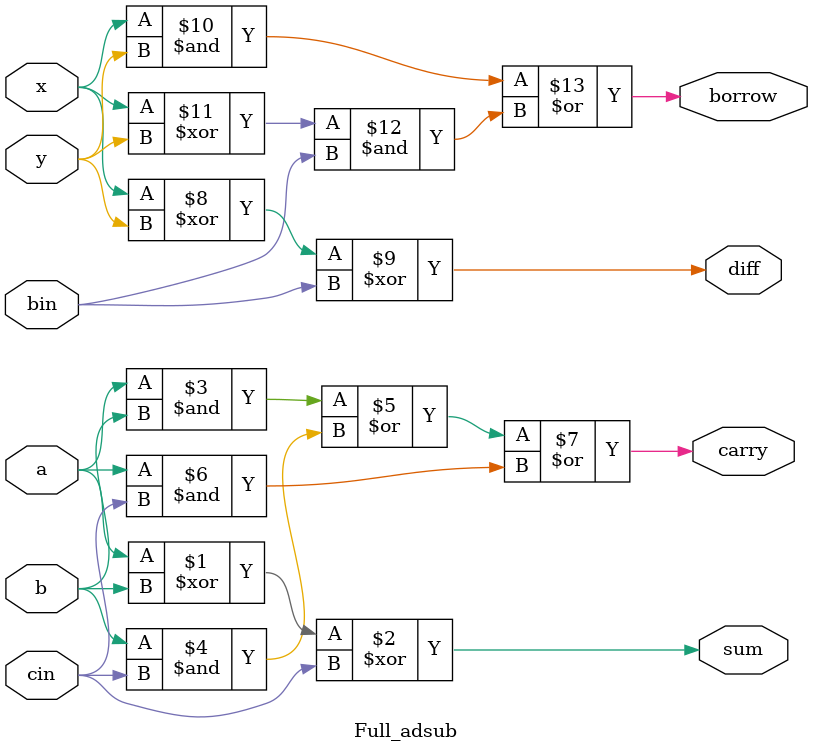
<source format=v>
module Full_adsub (
    input  wire a, b, cin,      // Full Adder inputs
    input  wire x, y, bin,      // Full Subtractor inputs
    output wire sum, carry,     // Full Adder outputs
    output wire diff, borrow    // Full Subtractor outputs
);

    // Full Adder
    assign sum   = a ^ b ^ cin;
    assign carry = (a & b) | (b & cin) | (a & cin);

    // Full Subtractor
    assign diff   = x ^ y ^ bin;
    assign borrow = (x & y) | ((x ^ y) & bin);

endmodule
</source>
